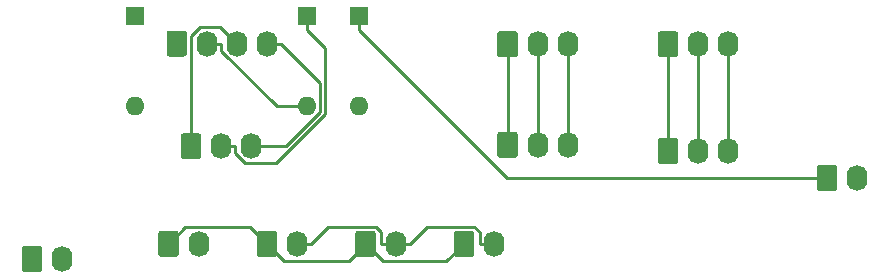
<source format=gbr>
G04 #@! TF.GenerationSoftware,KiCad,Pcbnew,(5.1.5-0-10_14)*
G04 #@! TF.CreationDate,2021-10-24T13:32:57+10:00*
G04 #@! TF.ProjectId,OH - Right Console - 1 - Electrical Power,4f48202d-2052-4696-9768-7420436f6e73,rev?*
G04 #@! TF.SameCoordinates,Original*
G04 #@! TF.FileFunction,Copper,L2,Bot*
G04 #@! TF.FilePolarity,Positive*
%FSLAX46Y46*%
G04 Gerber Fmt 4.6, Leading zero omitted, Abs format (unit mm)*
G04 Created by KiCad (PCBNEW (5.1.5-0-10_14)) date 2021-10-24 13:32:57*
%MOMM*%
%LPD*%
G04 APERTURE LIST*
%ADD10O,1.740000X2.200000*%
%ADD11C,0.100000*%
%ADD12O,1.600000X1.600000*%
%ADD13R,1.600000X1.600000*%
%ADD14C,0.250000*%
G04 APERTURE END LIST*
D10*
X132080000Y-98933000D03*
G04 #@! TA.AperFunction,ComponentPad*
D11*
G36*
X130184505Y-97834204D02*
G01*
X130208773Y-97837804D01*
X130232572Y-97843765D01*
X130255671Y-97852030D01*
X130277850Y-97862520D01*
X130298893Y-97875132D01*
X130318599Y-97889747D01*
X130336777Y-97906223D01*
X130353253Y-97924401D01*
X130367868Y-97944107D01*
X130380480Y-97965150D01*
X130390970Y-97987329D01*
X130399235Y-98010428D01*
X130405196Y-98034227D01*
X130408796Y-98058495D01*
X130410000Y-98082999D01*
X130410000Y-99783001D01*
X130408796Y-99807505D01*
X130405196Y-99831773D01*
X130399235Y-99855572D01*
X130390970Y-99878671D01*
X130380480Y-99900850D01*
X130367868Y-99921893D01*
X130353253Y-99941599D01*
X130336777Y-99959777D01*
X130318599Y-99976253D01*
X130298893Y-99990868D01*
X130277850Y-100003480D01*
X130255671Y-100013970D01*
X130232572Y-100022235D01*
X130208773Y-100028196D01*
X130184505Y-100031796D01*
X130160001Y-100033000D01*
X128919999Y-100033000D01*
X128895495Y-100031796D01*
X128871227Y-100028196D01*
X128847428Y-100022235D01*
X128824329Y-100013970D01*
X128802150Y-100003480D01*
X128781107Y-99990868D01*
X128761401Y-99976253D01*
X128743223Y-99959777D01*
X128726747Y-99941599D01*
X128712132Y-99921893D01*
X128699520Y-99900850D01*
X128689030Y-99878671D01*
X128680765Y-99855572D01*
X128674804Y-99831773D01*
X128671204Y-99807505D01*
X128670000Y-99783001D01*
X128670000Y-98082999D01*
X128671204Y-98058495D01*
X128674804Y-98034227D01*
X128680765Y-98010428D01*
X128689030Y-97987329D01*
X128699520Y-97965150D01*
X128712132Y-97944107D01*
X128726747Y-97924401D01*
X128743223Y-97906223D01*
X128761401Y-97889747D01*
X128781107Y-97875132D01*
X128802150Y-97862520D01*
X128824329Y-97852030D01*
X128847428Y-97843765D01*
X128871227Y-97837804D01*
X128895495Y-97834204D01*
X128919999Y-97833000D01*
X130160001Y-97833000D01*
X130184505Y-97834204D01*
G37*
G04 #@! TD.AperFunction*
D10*
X123740000Y-98933000D03*
G04 #@! TA.AperFunction,ComponentPad*
D11*
G36*
X121844505Y-97834204D02*
G01*
X121868773Y-97837804D01*
X121892572Y-97843765D01*
X121915671Y-97852030D01*
X121937850Y-97862520D01*
X121958893Y-97875132D01*
X121978599Y-97889747D01*
X121996777Y-97906223D01*
X122013253Y-97924401D01*
X122027868Y-97944107D01*
X122040480Y-97965150D01*
X122050970Y-97987329D01*
X122059235Y-98010428D01*
X122065196Y-98034227D01*
X122068796Y-98058495D01*
X122070000Y-98082999D01*
X122070000Y-99783001D01*
X122068796Y-99807505D01*
X122065196Y-99831773D01*
X122059235Y-99855572D01*
X122050970Y-99878671D01*
X122040480Y-99900850D01*
X122027868Y-99921893D01*
X122013253Y-99941599D01*
X121996777Y-99959777D01*
X121978599Y-99976253D01*
X121958893Y-99990868D01*
X121937850Y-100003480D01*
X121915671Y-100013970D01*
X121892572Y-100022235D01*
X121868773Y-100028196D01*
X121844505Y-100031796D01*
X121820001Y-100033000D01*
X120579999Y-100033000D01*
X120555495Y-100031796D01*
X120531227Y-100028196D01*
X120507428Y-100022235D01*
X120484329Y-100013970D01*
X120462150Y-100003480D01*
X120441107Y-99990868D01*
X120421401Y-99976253D01*
X120403223Y-99959777D01*
X120386747Y-99941599D01*
X120372132Y-99921893D01*
X120359520Y-99900850D01*
X120349030Y-99878671D01*
X120340765Y-99855572D01*
X120334804Y-99831773D01*
X120331204Y-99807505D01*
X120330000Y-99783001D01*
X120330000Y-98082999D01*
X120331204Y-98058495D01*
X120334804Y-98034227D01*
X120340765Y-98010428D01*
X120349030Y-97987329D01*
X120359520Y-97965150D01*
X120372132Y-97944107D01*
X120386747Y-97924401D01*
X120403223Y-97906223D01*
X120421401Y-97889747D01*
X120441107Y-97875132D01*
X120462150Y-97862520D01*
X120484329Y-97852030D01*
X120507428Y-97843765D01*
X120531227Y-97837804D01*
X120555495Y-97834204D01*
X120579999Y-97833000D01*
X121820001Y-97833000D01*
X121844505Y-97834204D01*
G37*
G04 #@! TD.AperFunction*
D10*
X115401000Y-98933000D03*
G04 #@! TA.AperFunction,ComponentPad*
D11*
G36*
X113505505Y-97834204D02*
G01*
X113529773Y-97837804D01*
X113553572Y-97843765D01*
X113576671Y-97852030D01*
X113598850Y-97862520D01*
X113619893Y-97875132D01*
X113639599Y-97889747D01*
X113657777Y-97906223D01*
X113674253Y-97924401D01*
X113688868Y-97944107D01*
X113701480Y-97965150D01*
X113711970Y-97987329D01*
X113720235Y-98010428D01*
X113726196Y-98034227D01*
X113729796Y-98058495D01*
X113731000Y-98082999D01*
X113731000Y-99783001D01*
X113729796Y-99807505D01*
X113726196Y-99831773D01*
X113720235Y-99855572D01*
X113711970Y-99878671D01*
X113701480Y-99900850D01*
X113688868Y-99921893D01*
X113674253Y-99941599D01*
X113657777Y-99959777D01*
X113639599Y-99976253D01*
X113619893Y-99990868D01*
X113598850Y-100003480D01*
X113576671Y-100013970D01*
X113553572Y-100022235D01*
X113529773Y-100028196D01*
X113505505Y-100031796D01*
X113481001Y-100033000D01*
X112240999Y-100033000D01*
X112216495Y-100031796D01*
X112192227Y-100028196D01*
X112168428Y-100022235D01*
X112145329Y-100013970D01*
X112123150Y-100003480D01*
X112102107Y-99990868D01*
X112082401Y-99976253D01*
X112064223Y-99959777D01*
X112047747Y-99941599D01*
X112033132Y-99921893D01*
X112020520Y-99900850D01*
X112010030Y-99878671D01*
X112001765Y-99855572D01*
X111995804Y-99831773D01*
X111992204Y-99807505D01*
X111991000Y-99783001D01*
X111991000Y-98082999D01*
X111992204Y-98058495D01*
X111995804Y-98034227D01*
X112001765Y-98010428D01*
X112010030Y-97987329D01*
X112020520Y-97965150D01*
X112033132Y-97944107D01*
X112047747Y-97924401D01*
X112064223Y-97906223D01*
X112082401Y-97889747D01*
X112102107Y-97875132D01*
X112123150Y-97862520D01*
X112145329Y-97852030D01*
X112168428Y-97843765D01*
X112192227Y-97837804D01*
X112216495Y-97834204D01*
X112240999Y-97833000D01*
X113481001Y-97833000D01*
X113505505Y-97834204D01*
G37*
G04 #@! TD.AperFunction*
D10*
X107061000Y-98933000D03*
G04 #@! TA.AperFunction,ComponentPad*
D11*
G36*
X105165505Y-97834204D02*
G01*
X105189773Y-97837804D01*
X105213572Y-97843765D01*
X105236671Y-97852030D01*
X105258850Y-97862520D01*
X105279893Y-97875132D01*
X105299599Y-97889747D01*
X105317777Y-97906223D01*
X105334253Y-97924401D01*
X105348868Y-97944107D01*
X105361480Y-97965150D01*
X105371970Y-97987329D01*
X105380235Y-98010428D01*
X105386196Y-98034227D01*
X105389796Y-98058495D01*
X105391000Y-98082999D01*
X105391000Y-99783001D01*
X105389796Y-99807505D01*
X105386196Y-99831773D01*
X105380235Y-99855572D01*
X105371970Y-99878671D01*
X105361480Y-99900850D01*
X105348868Y-99921893D01*
X105334253Y-99941599D01*
X105317777Y-99959777D01*
X105299599Y-99976253D01*
X105279893Y-99990868D01*
X105258850Y-100003480D01*
X105236671Y-100013970D01*
X105213572Y-100022235D01*
X105189773Y-100028196D01*
X105165505Y-100031796D01*
X105141001Y-100033000D01*
X103900999Y-100033000D01*
X103876495Y-100031796D01*
X103852227Y-100028196D01*
X103828428Y-100022235D01*
X103805329Y-100013970D01*
X103783150Y-100003480D01*
X103762107Y-99990868D01*
X103742401Y-99976253D01*
X103724223Y-99959777D01*
X103707747Y-99941599D01*
X103693132Y-99921893D01*
X103680520Y-99900850D01*
X103670030Y-99878671D01*
X103661765Y-99855572D01*
X103655804Y-99831773D01*
X103652204Y-99807505D01*
X103651000Y-99783001D01*
X103651000Y-98082999D01*
X103652204Y-98058495D01*
X103655804Y-98034227D01*
X103661765Y-98010428D01*
X103670030Y-97987329D01*
X103680520Y-97965150D01*
X103693132Y-97944107D01*
X103707747Y-97924401D01*
X103724223Y-97906223D01*
X103742401Y-97889747D01*
X103762107Y-97875132D01*
X103783150Y-97862520D01*
X103805329Y-97852030D01*
X103828428Y-97843765D01*
X103852227Y-97837804D01*
X103876495Y-97834204D01*
X103900999Y-97833000D01*
X105141001Y-97833000D01*
X105165505Y-97834204D01*
G37*
G04 #@! TD.AperFunction*
D10*
X138303000Y-82042000D03*
X135763000Y-82042000D03*
G04 #@! TA.AperFunction,ComponentPad*
D11*
G36*
X133867505Y-80943204D02*
G01*
X133891773Y-80946804D01*
X133915572Y-80952765D01*
X133938671Y-80961030D01*
X133960850Y-80971520D01*
X133981893Y-80984132D01*
X134001599Y-80998747D01*
X134019777Y-81015223D01*
X134036253Y-81033401D01*
X134050868Y-81053107D01*
X134063480Y-81074150D01*
X134073970Y-81096329D01*
X134082235Y-81119428D01*
X134088196Y-81143227D01*
X134091796Y-81167495D01*
X134093000Y-81191999D01*
X134093000Y-82892001D01*
X134091796Y-82916505D01*
X134088196Y-82940773D01*
X134082235Y-82964572D01*
X134073970Y-82987671D01*
X134063480Y-83009850D01*
X134050868Y-83030893D01*
X134036253Y-83050599D01*
X134019777Y-83068777D01*
X134001599Y-83085253D01*
X133981893Y-83099868D01*
X133960850Y-83112480D01*
X133938671Y-83122970D01*
X133915572Y-83131235D01*
X133891773Y-83137196D01*
X133867505Y-83140796D01*
X133843001Y-83142000D01*
X132602999Y-83142000D01*
X132578495Y-83140796D01*
X132554227Y-83137196D01*
X132530428Y-83131235D01*
X132507329Y-83122970D01*
X132485150Y-83112480D01*
X132464107Y-83099868D01*
X132444401Y-83085253D01*
X132426223Y-83068777D01*
X132409747Y-83050599D01*
X132395132Y-83030893D01*
X132382520Y-83009850D01*
X132372030Y-82987671D01*
X132363765Y-82964572D01*
X132357804Y-82940773D01*
X132354204Y-82916505D01*
X132353000Y-82892001D01*
X132353000Y-81191999D01*
X132354204Y-81167495D01*
X132357804Y-81143227D01*
X132363765Y-81119428D01*
X132372030Y-81096329D01*
X132382520Y-81074150D01*
X132395132Y-81053107D01*
X132409747Y-81033401D01*
X132426223Y-81015223D01*
X132444401Y-80998747D01*
X132464107Y-80984132D01*
X132485150Y-80971520D01*
X132507329Y-80961030D01*
X132530428Y-80952765D01*
X132554227Y-80946804D01*
X132578495Y-80943204D01*
X132602999Y-80942000D01*
X133843001Y-80942000D01*
X133867505Y-80943204D01*
G37*
G04 #@! TD.AperFunction*
D10*
X151892000Y-82042000D03*
X149352000Y-82042000D03*
G04 #@! TA.AperFunction,ComponentPad*
D11*
G36*
X147456505Y-80943204D02*
G01*
X147480773Y-80946804D01*
X147504572Y-80952765D01*
X147527671Y-80961030D01*
X147549850Y-80971520D01*
X147570893Y-80984132D01*
X147590599Y-80998747D01*
X147608777Y-81015223D01*
X147625253Y-81033401D01*
X147639868Y-81053107D01*
X147652480Y-81074150D01*
X147662970Y-81096329D01*
X147671235Y-81119428D01*
X147677196Y-81143227D01*
X147680796Y-81167495D01*
X147682000Y-81191999D01*
X147682000Y-82892001D01*
X147680796Y-82916505D01*
X147677196Y-82940773D01*
X147671235Y-82964572D01*
X147662970Y-82987671D01*
X147652480Y-83009850D01*
X147639868Y-83030893D01*
X147625253Y-83050599D01*
X147608777Y-83068777D01*
X147590599Y-83085253D01*
X147570893Y-83099868D01*
X147549850Y-83112480D01*
X147527671Y-83122970D01*
X147504572Y-83131235D01*
X147480773Y-83137196D01*
X147456505Y-83140796D01*
X147432001Y-83142000D01*
X146191999Y-83142000D01*
X146167495Y-83140796D01*
X146143227Y-83137196D01*
X146119428Y-83131235D01*
X146096329Y-83122970D01*
X146074150Y-83112480D01*
X146053107Y-83099868D01*
X146033401Y-83085253D01*
X146015223Y-83068777D01*
X145998747Y-83050599D01*
X145984132Y-83030893D01*
X145971520Y-83009850D01*
X145961030Y-82987671D01*
X145952765Y-82964572D01*
X145946804Y-82940773D01*
X145943204Y-82916505D01*
X145942000Y-82892001D01*
X145942000Y-81191999D01*
X145943204Y-81167495D01*
X145946804Y-81143227D01*
X145952765Y-81119428D01*
X145961030Y-81096329D01*
X145971520Y-81074150D01*
X145984132Y-81053107D01*
X145998747Y-81033401D01*
X146015223Y-81015223D01*
X146033401Y-80998747D01*
X146053107Y-80984132D01*
X146074150Y-80971520D01*
X146096329Y-80961030D01*
X146119428Y-80952765D01*
X146143227Y-80946804D01*
X146167495Y-80943204D01*
X146191999Y-80942000D01*
X147432001Y-80942000D01*
X147456505Y-80943204D01*
G37*
G04 #@! TD.AperFunction*
D10*
X138303000Y-90551000D03*
X135763000Y-90551000D03*
G04 #@! TA.AperFunction,ComponentPad*
D11*
G36*
X133867505Y-89452204D02*
G01*
X133891773Y-89455804D01*
X133915572Y-89461765D01*
X133938671Y-89470030D01*
X133960850Y-89480520D01*
X133981893Y-89493132D01*
X134001599Y-89507747D01*
X134019777Y-89524223D01*
X134036253Y-89542401D01*
X134050868Y-89562107D01*
X134063480Y-89583150D01*
X134073970Y-89605329D01*
X134082235Y-89628428D01*
X134088196Y-89652227D01*
X134091796Y-89676495D01*
X134093000Y-89700999D01*
X134093000Y-91401001D01*
X134091796Y-91425505D01*
X134088196Y-91449773D01*
X134082235Y-91473572D01*
X134073970Y-91496671D01*
X134063480Y-91518850D01*
X134050868Y-91539893D01*
X134036253Y-91559599D01*
X134019777Y-91577777D01*
X134001599Y-91594253D01*
X133981893Y-91608868D01*
X133960850Y-91621480D01*
X133938671Y-91631970D01*
X133915572Y-91640235D01*
X133891773Y-91646196D01*
X133867505Y-91649796D01*
X133843001Y-91651000D01*
X132602999Y-91651000D01*
X132578495Y-91649796D01*
X132554227Y-91646196D01*
X132530428Y-91640235D01*
X132507329Y-91631970D01*
X132485150Y-91621480D01*
X132464107Y-91608868D01*
X132444401Y-91594253D01*
X132426223Y-91577777D01*
X132409747Y-91559599D01*
X132395132Y-91539893D01*
X132382520Y-91518850D01*
X132372030Y-91496671D01*
X132363765Y-91473572D01*
X132357804Y-91449773D01*
X132354204Y-91425505D01*
X132353000Y-91401001D01*
X132353000Y-89700999D01*
X132354204Y-89676495D01*
X132357804Y-89652227D01*
X132363765Y-89628428D01*
X132372030Y-89605329D01*
X132382520Y-89583150D01*
X132395132Y-89562107D01*
X132409747Y-89542401D01*
X132426223Y-89524223D01*
X132444401Y-89507747D01*
X132464107Y-89493132D01*
X132485150Y-89480520D01*
X132507329Y-89470030D01*
X132530428Y-89461765D01*
X132554227Y-89455804D01*
X132578495Y-89452204D01*
X132602999Y-89451000D01*
X133843001Y-89451000D01*
X133867505Y-89452204D01*
G37*
G04 #@! TD.AperFunction*
D10*
X151892000Y-91059000D03*
X149352000Y-91059000D03*
G04 #@! TA.AperFunction,ComponentPad*
D11*
G36*
X147456505Y-89960204D02*
G01*
X147480773Y-89963804D01*
X147504572Y-89969765D01*
X147527671Y-89978030D01*
X147549850Y-89988520D01*
X147570893Y-90001132D01*
X147590599Y-90015747D01*
X147608777Y-90032223D01*
X147625253Y-90050401D01*
X147639868Y-90070107D01*
X147652480Y-90091150D01*
X147662970Y-90113329D01*
X147671235Y-90136428D01*
X147677196Y-90160227D01*
X147680796Y-90184495D01*
X147682000Y-90208999D01*
X147682000Y-91909001D01*
X147680796Y-91933505D01*
X147677196Y-91957773D01*
X147671235Y-91981572D01*
X147662970Y-92004671D01*
X147652480Y-92026850D01*
X147639868Y-92047893D01*
X147625253Y-92067599D01*
X147608777Y-92085777D01*
X147590599Y-92102253D01*
X147570893Y-92116868D01*
X147549850Y-92129480D01*
X147527671Y-92139970D01*
X147504572Y-92148235D01*
X147480773Y-92154196D01*
X147456505Y-92157796D01*
X147432001Y-92159000D01*
X146191999Y-92159000D01*
X146167495Y-92157796D01*
X146143227Y-92154196D01*
X146119428Y-92148235D01*
X146096329Y-92139970D01*
X146074150Y-92129480D01*
X146053107Y-92116868D01*
X146033401Y-92102253D01*
X146015223Y-92085777D01*
X145998747Y-92067599D01*
X145984132Y-92047893D01*
X145971520Y-92026850D01*
X145961030Y-92004671D01*
X145952765Y-91981572D01*
X145946804Y-91957773D01*
X145943204Y-91933505D01*
X145942000Y-91909001D01*
X145942000Y-90208999D01*
X145943204Y-90184495D01*
X145946804Y-90160227D01*
X145952765Y-90136428D01*
X145961030Y-90113329D01*
X145971520Y-90091150D01*
X145984132Y-90070107D01*
X145998747Y-90050401D01*
X146015223Y-90032223D01*
X146033401Y-90015747D01*
X146053107Y-90001132D01*
X146074150Y-89988520D01*
X146096329Y-89978030D01*
X146119428Y-89969765D01*
X146143227Y-89963804D01*
X146167495Y-89960204D01*
X146191999Y-89959000D01*
X147432001Y-89959000D01*
X147456505Y-89960204D01*
G37*
G04 #@! TD.AperFunction*
D10*
X112840000Y-81978500D03*
X110300000Y-81978500D03*
X107760000Y-81978500D03*
G04 #@! TA.AperFunction,ComponentPad*
D11*
G36*
X105864505Y-80879704D02*
G01*
X105888773Y-80883304D01*
X105912572Y-80889265D01*
X105935671Y-80897530D01*
X105957850Y-80908020D01*
X105978893Y-80920632D01*
X105998599Y-80935247D01*
X106016777Y-80951723D01*
X106033253Y-80969901D01*
X106047868Y-80989607D01*
X106060480Y-81010650D01*
X106070970Y-81032829D01*
X106079235Y-81055928D01*
X106085196Y-81079727D01*
X106088796Y-81103995D01*
X106090000Y-81128499D01*
X106090000Y-82828501D01*
X106088796Y-82853005D01*
X106085196Y-82877273D01*
X106079235Y-82901072D01*
X106070970Y-82924171D01*
X106060480Y-82946350D01*
X106047868Y-82967393D01*
X106033253Y-82987099D01*
X106016777Y-83005277D01*
X105998599Y-83021753D01*
X105978893Y-83036368D01*
X105957850Y-83048980D01*
X105935671Y-83059470D01*
X105912572Y-83067735D01*
X105888773Y-83073696D01*
X105864505Y-83077296D01*
X105840001Y-83078500D01*
X104599999Y-83078500D01*
X104575495Y-83077296D01*
X104551227Y-83073696D01*
X104527428Y-83067735D01*
X104504329Y-83059470D01*
X104482150Y-83048980D01*
X104461107Y-83036368D01*
X104441401Y-83021753D01*
X104423223Y-83005277D01*
X104406747Y-82987099D01*
X104392132Y-82967393D01*
X104379520Y-82946350D01*
X104369030Y-82924171D01*
X104360765Y-82901072D01*
X104354804Y-82877273D01*
X104351204Y-82853005D01*
X104350000Y-82828501D01*
X104350000Y-81128499D01*
X104351204Y-81103995D01*
X104354804Y-81079727D01*
X104360765Y-81055928D01*
X104369030Y-81032829D01*
X104379520Y-81010650D01*
X104392132Y-80989607D01*
X104406747Y-80969901D01*
X104423223Y-80951723D01*
X104441401Y-80935247D01*
X104461107Y-80920632D01*
X104482150Y-80908020D01*
X104504329Y-80897530D01*
X104527428Y-80889265D01*
X104551227Y-80883304D01*
X104575495Y-80879704D01*
X104599999Y-80878500D01*
X105840001Y-80878500D01*
X105864505Y-80879704D01*
G37*
G04 #@! TD.AperFunction*
D10*
X162814000Y-93345000D03*
G04 #@! TA.AperFunction,ComponentPad*
D11*
G36*
X160918505Y-92246204D02*
G01*
X160942773Y-92249804D01*
X160966572Y-92255765D01*
X160989671Y-92264030D01*
X161011850Y-92274520D01*
X161032893Y-92287132D01*
X161052599Y-92301747D01*
X161070777Y-92318223D01*
X161087253Y-92336401D01*
X161101868Y-92356107D01*
X161114480Y-92377150D01*
X161124970Y-92399329D01*
X161133235Y-92422428D01*
X161139196Y-92446227D01*
X161142796Y-92470495D01*
X161144000Y-92494999D01*
X161144000Y-94195001D01*
X161142796Y-94219505D01*
X161139196Y-94243773D01*
X161133235Y-94267572D01*
X161124970Y-94290671D01*
X161114480Y-94312850D01*
X161101868Y-94333893D01*
X161087253Y-94353599D01*
X161070777Y-94371777D01*
X161052599Y-94388253D01*
X161032893Y-94402868D01*
X161011850Y-94415480D01*
X160989671Y-94425970D01*
X160966572Y-94434235D01*
X160942773Y-94440196D01*
X160918505Y-94443796D01*
X160894001Y-94445000D01*
X159653999Y-94445000D01*
X159629495Y-94443796D01*
X159605227Y-94440196D01*
X159581428Y-94434235D01*
X159558329Y-94425970D01*
X159536150Y-94415480D01*
X159515107Y-94402868D01*
X159495401Y-94388253D01*
X159477223Y-94371777D01*
X159460747Y-94353599D01*
X159446132Y-94333893D01*
X159433520Y-94312850D01*
X159423030Y-94290671D01*
X159414765Y-94267572D01*
X159408804Y-94243773D01*
X159405204Y-94219505D01*
X159404000Y-94195001D01*
X159404000Y-92494999D01*
X159405204Y-92470495D01*
X159408804Y-92446227D01*
X159414765Y-92422428D01*
X159423030Y-92399329D01*
X159433520Y-92377150D01*
X159446132Y-92356107D01*
X159460747Y-92336401D01*
X159477223Y-92318223D01*
X159495401Y-92301747D01*
X159515107Y-92287132D01*
X159536150Y-92274520D01*
X159558329Y-92264030D01*
X159581428Y-92255765D01*
X159605227Y-92249804D01*
X159629495Y-92246204D01*
X159653999Y-92245000D01*
X160894001Y-92245000D01*
X160918505Y-92246204D01*
G37*
G04 #@! TD.AperFunction*
D10*
X95504000Y-100203000D03*
G04 #@! TA.AperFunction,ComponentPad*
D11*
G36*
X93608505Y-99104204D02*
G01*
X93632773Y-99107804D01*
X93656572Y-99113765D01*
X93679671Y-99122030D01*
X93701850Y-99132520D01*
X93722893Y-99145132D01*
X93742599Y-99159747D01*
X93760777Y-99176223D01*
X93777253Y-99194401D01*
X93791868Y-99214107D01*
X93804480Y-99235150D01*
X93814970Y-99257329D01*
X93823235Y-99280428D01*
X93829196Y-99304227D01*
X93832796Y-99328495D01*
X93834000Y-99352999D01*
X93834000Y-101053001D01*
X93832796Y-101077505D01*
X93829196Y-101101773D01*
X93823235Y-101125572D01*
X93814970Y-101148671D01*
X93804480Y-101170850D01*
X93791868Y-101191893D01*
X93777253Y-101211599D01*
X93760777Y-101229777D01*
X93742599Y-101246253D01*
X93722893Y-101260868D01*
X93701850Y-101273480D01*
X93679671Y-101283970D01*
X93656572Y-101292235D01*
X93632773Y-101298196D01*
X93608505Y-101301796D01*
X93584001Y-101303000D01*
X92343999Y-101303000D01*
X92319495Y-101301796D01*
X92295227Y-101298196D01*
X92271428Y-101292235D01*
X92248329Y-101283970D01*
X92226150Y-101273480D01*
X92205107Y-101260868D01*
X92185401Y-101246253D01*
X92167223Y-101229777D01*
X92150747Y-101211599D01*
X92136132Y-101191893D01*
X92123520Y-101170850D01*
X92113030Y-101148671D01*
X92104765Y-101125572D01*
X92098804Y-101101773D01*
X92095204Y-101077505D01*
X92094000Y-101053001D01*
X92094000Y-99352999D01*
X92095204Y-99328495D01*
X92098804Y-99304227D01*
X92104765Y-99280428D01*
X92113030Y-99257329D01*
X92123520Y-99235150D01*
X92136132Y-99214107D01*
X92150747Y-99194401D01*
X92167223Y-99176223D01*
X92185401Y-99159747D01*
X92205107Y-99145132D01*
X92226150Y-99132520D01*
X92248329Y-99122030D01*
X92271428Y-99113765D01*
X92295227Y-99107804D01*
X92319495Y-99104204D01*
X92343999Y-99103000D01*
X93584001Y-99103000D01*
X93608505Y-99104204D01*
G37*
G04 #@! TD.AperFunction*
D10*
X111506000Y-90678000D03*
X108966000Y-90678000D03*
G04 #@! TA.AperFunction,ComponentPad*
D11*
G36*
X107070505Y-89579204D02*
G01*
X107094773Y-89582804D01*
X107118572Y-89588765D01*
X107141671Y-89597030D01*
X107163850Y-89607520D01*
X107184893Y-89620132D01*
X107204599Y-89634747D01*
X107222777Y-89651223D01*
X107239253Y-89669401D01*
X107253868Y-89689107D01*
X107266480Y-89710150D01*
X107276970Y-89732329D01*
X107285235Y-89755428D01*
X107291196Y-89779227D01*
X107294796Y-89803495D01*
X107296000Y-89827999D01*
X107296000Y-91528001D01*
X107294796Y-91552505D01*
X107291196Y-91576773D01*
X107285235Y-91600572D01*
X107276970Y-91623671D01*
X107266480Y-91645850D01*
X107253868Y-91666893D01*
X107239253Y-91686599D01*
X107222777Y-91704777D01*
X107204599Y-91721253D01*
X107184893Y-91735868D01*
X107163850Y-91748480D01*
X107141671Y-91758970D01*
X107118572Y-91767235D01*
X107094773Y-91773196D01*
X107070505Y-91776796D01*
X107046001Y-91778000D01*
X105805999Y-91778000D01*
X105781495Y-91776796D01*
X105757227Y-91773196D01*
X105733428Y-91767235D01*
X105710329Y-91758970D01*
X105688150Y-91748480D01*
X105667107Y-91735868D01*
X105647401Y-91721253D01*
X105629223Y-91704777D01*
X105612747Y-91686599D01*
X105598132Y-91666893D01*
X105585520Y-91645850D01*
X105575030Y-91623671D01*
X105566765Y-91600572D01*
X105560804Y-91576773D01*
X105557204Y-91552505D01*
X105556000Y-91528001D01*
X105556000Y-89827999D01*
X105557204Y-89803495D01*
X105560804Y-89779227D01*
X105566765Y-89755428D01*
X105575030Y-89732329D01*
X105585520Y-89710150D01*
X105598132Y-89689107D01*
X105612747Y-89669401D01*
X105629223Y-89651223D01*
X105647401Y-89634747D01*
X105667107Y-89620132D01*
X105688150Y-89607520D01*
X105710329Y-89597030D01*
X105733428Y-89588765D01*
X105757227Y-89582804D01*
X105781495Y-89579204D01*
X105805999Y-89578000D01*
X107046001Y-89578000D01*
X107070505Y-89579204D01*
G37*
G04 #@! TD.AperFunction*
D12*
X101664000Y-87249000D03*
D13*
X101664000Y-79629000D03*
D12*
X116205000Y-87292000D03*
D13*
X116205000Y-79672000D03*
D12*
X120650000Y-87292000D03*
D13*
X120650000Y-79672000D03*
D14*
X120650000Y-79672000D02*
X120650000Y-80797300D01*
X160274000Y-93345000D02*
X133197700Y-93345000D01*
X133197700Y-93345000D02*
X120650000Y-80797300D01*
X108966000Y-90678000D02*
X110161300Y-90678000D01*
X116205000Y-79672000D02*
X116205000Y-80797300D01*
X116205000Y-80797300D02*
X117807000Y-82399300D01*
X117807000Y-82399300D02*
X117807000Y-87936400D01*
X117807000Y-87936400D02*
X113639300Y-92104100D01*
X113639300Y-92104100D02*
X110989700Y-92104100D01*
X110989700Y-92104100D02*
X110161300Y-91275700D01*
X110161300Y-91275700D02*
X110161300Y-90678000D01*
X112840000Y-81978500D02*
X114035300Y-81978500D01*
X114035300Y-81978500D02*
X117356600Y-85299800D01*
X117356600Y-85299800D02*
X117356600Y-87749900D01*
X117356600Y-87749900D02*
X114428500Y-90678000D01*
X114428500Y-90678000D02*
X111506000Y-90678000D01*
X110300000Y-81978500D02*
X108867000Y-80545500D01*
X108867000Y-80545500D02*
X107213800Y-80545500D01*
X107213800Y-80545500D02*
X106426000Y-81333300D01*
X106426000Y-81333300D02*
X106426000Y-90678000D01*
X151892000Y-91059000D02*
X151892000Y-82042000D01*
X149352000Y-91059000D02*
X149352000Y-82042000D01*
X146812000Y-91059000D02*
X146812000Y-82042000D01*
X138303000Y-90551000D02*
X138303000Y-82042000D01*
X135763000Y-90551000D02*
X135763000Y-82042000D01*
X133223000Y-90551000D02*
X133223000Y-82042000D01*
X107760000Y-81978500D02*
X108955300Y-81978500D01*
X116205000Y-87292000D02*
X113671100Y-87292000D01*
X113671100Y-87292000D02*
X108955300Y-82576200D01*
X108955300Y-82576200D02*
X108955300Y-81978500D01*
X123740000Y-98933000D02*
X122544700Y-98933000D01*
X115401000Y-98933000D02*
X116596300Y-98933000D01*
X116596300Y-98933000D02*
X118032000Y-97497300D01*
X118032000Y-97497300D02*
X122080200Y-97497300D01*
X122080200Y-97497300D02*
X122544700Y-97961800D01*
X122544700Y-97961800D02*
X122544700Y-98933000D01*
X132080000Y-98933000D02*
X130884700Y-98933000D01*
X123740000Y-98933000D02*
X124935300Y-98933000D01*
X124935300Y-98933000D02*
X126379700Y-97488600D01*
X126379700Y-97488600D02*
X130411500Y-97488600D01*
X130411500Y-97488600D02*
X130884700Y-97961800D01*
X130884700Y-97961800D02*
X130884700Y-98933000D01*
X104521000Y-98933000D02*
X105950300Y-97503700D01*
X105950300Y-97503700D02*
X111431700Y-97503700D01*
X111431700Y-97503700D02*
X112861000Y-98933000D01*
X121200000Y-98933000D02*
X122685700Y-100418700D01*
X122685700Y-100418700D02*
X128054300Y-100418700D01*
X128054300Y-100418700D02*
X129540000Y-98933000D01*
X112861000Y-98933000D02*
X114294100Y-100366100D01*
X114294100Y-100366100D02*
X119766900Y-100366100D01*
X119766900Y-100366100D02*
X121200000Y-98933000D01*
M02*

</source>
